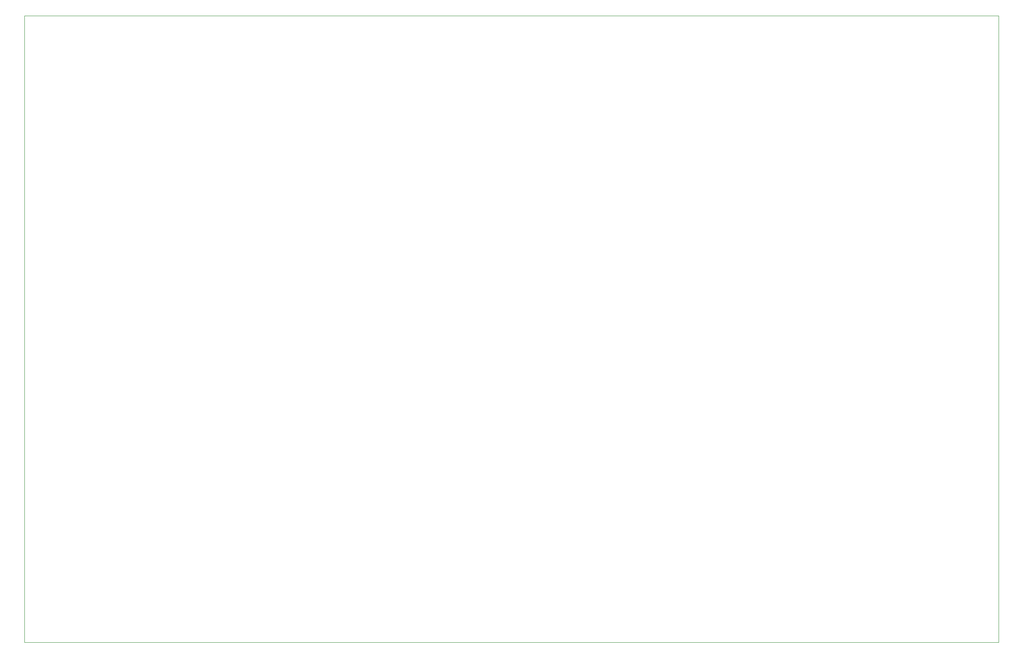
<source format=gbr>
%TF.GenerationSoftware,KiCad,Pcbnew,(5.1.9)-1*%
%TF.CreationDate,2022-04-05T19:21:43+02:00*%
%TF.ProjectId,Hexagon_Desk,48657861-676f-46e5-9f44-65736b2e6b69,rev?*%
%TF.SameCoordinates,Original*%
%TF.FileFunction,Profile,NP*%
%FSLAX46Y46*%
G04 Gerber Fmt 4.6, Leading zero omitted, Abs format (unit mm)*
G04 Created by KiCad (PCBNEW (5.1.9)-1) date 2022-04-05 19:21:43*
%MOMM*%
%LPD*%
G01*
G04 APERTURE LIST*
%TA.AperFunction,Profile*%
%ADD10C,0.050000*%
%TD*%
G04 APERTURE END LIST*
D10*
X228600000Y-27940000D02*
X29210000Y-27940000D01*
X228600000Y-156210000D02*
X228600000Y-27940000D01*
X29210000Y-156210000D02*
X228600000Y-156210000D01*
X29210000Y-27940000D02*
X29210000Y-156210000D01*
M02*

</source>
